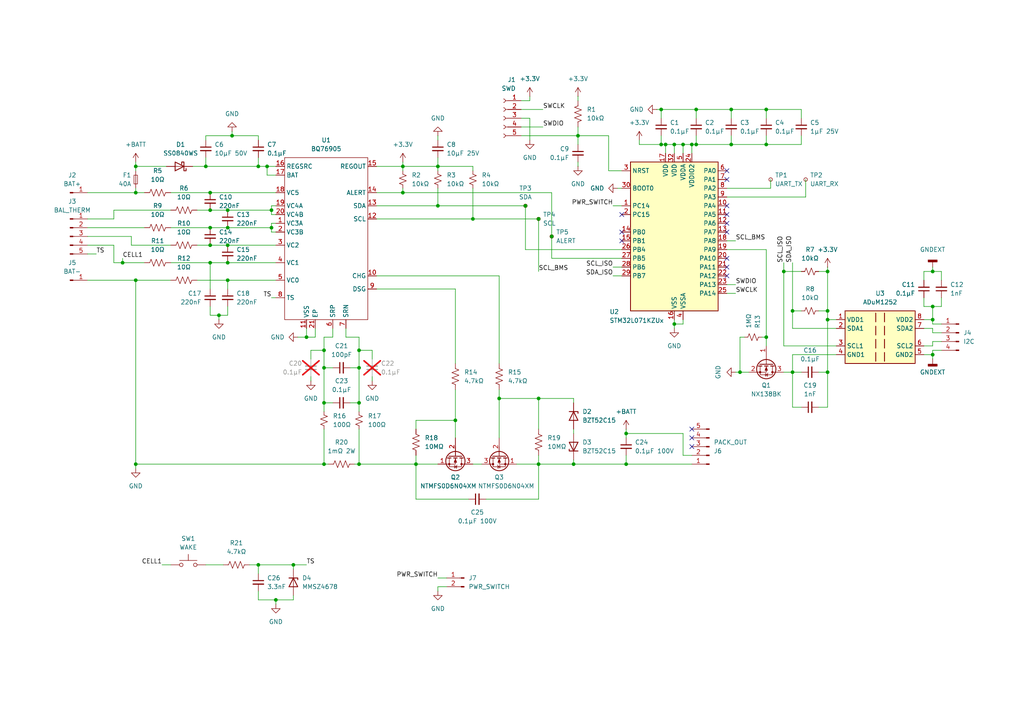
<source format=kicad_sch>
(kicad_sch (version 20231120) (generator "eeschema") (generator_version "8.0")
  (paper "A4")
  (junction (at 144.78 115.57))
  (junction (at 240.03 78.74))
  (junction (at 270.51 102.87))
  (junction (at 156.21 134.62))
  (junction (at 212.09 41.91))
  (junction (at 80.01 173.99))
  (junction (at 200.66 41.91))
  (junction (at 195.58 41.91))
  (junction (at 78.74 66.04))
  (junction (at 229.87 90.17))
  (junction (at 66.04 81.28))
  (junction (at 132.08 121.92))
  (junction (at 39.37 55.88))
  (junction (at 240.03 92.71))
  (junction (at 201.93 41.91))
  (junction (at 240.03 90.17))
  (junction (at 60.96 66.04))
  (junction (at 191.77 31.75))
  (junction (at 59.69 48.26))
  (junction (at 127 59.69))
  (junction (at 104.14 101.6))
  (junction (at 93.98 106.68))
  (junction (at 39.37 81.28))
  (junction (at 66.04 60.96))
  (junction (at 60.96 60.96))
  (junction (at 127 48.26))
  (junction (at 39.37 134.62))
  (junction (at 156.21 63.5))
  (junction (at 35.56 76.2))
  (junction (at 93.98 134.62))
  (junction (at 229.87 107.95))
  (junction (at 66.04 66.04))
  (junction (at 222.25 97.79))
  (junction (at 201.93 31.75))
  (junction (at 181.61 125.73))
  (junction (at 193.04 41.91))
  (junction (at 104.14 116.84))
  (junction (at 222.25 31.75))
  (junction (at 166.37 134.62))
  (junction (at 120.65 134.62))
  (junction (at 66.04 71.12))
  (junction (at 74.93 163.83))
  (junction (at 63.5 91.44))
  (junction (at 156.21 115.57))
  (junction (at 88.9 97.79))
  (junction (at 93.98 101.6))
  (junction (at 167.64 39.37))
  (junction (at 214.63 107.95))
  (junction (at 198.12 41.91))
  (junction (at 60.96 76.2))
  (junction (at 78.74 60.96))
  (junction (at 160.02 68.58))
  (junction (at 152.4 59.69))
  (junction (at 116.84 48.26))
  (junction (at 67.31 39.37))
  (junction (at 74.93 48.26))
  (junction (at 191.77 41.91))
  (junction (at 212.09 31.75))
  (junction (at 104.14 106.68))
  (junction (at 66.04 76.2))
  (junction (at 195.58 93.98))
  (junction (at 270.51 78.74))
  (junction (at 104.14 134.62))
  (junction (at 181.61 134.62))
  (junction (at 137.16 63.5))
  (junction (at 60.96 55.88))
  (junction (at 222.25 41.91))
  (junction (at 60.96 71.12))
  (junction (at 227.33 78.74))
  (junction (at 77.47 48.26))
  (junction (at 93.98 116.84))
  (junction (at 39.37 48.26))
  (junction (at 240.03 107.95))
  (junction (at 270.51 88.9))
  (junction (at 270.51 92.71))
  (junction (at 116.84 55.88))
  (junction (at 85.09 163.83))
  (no_connect (at 180.34 69.85))
  (no_connect (at 210.82 49.53))
  (no_connect (at 180.34 67.31))
  (no_connect (at 210.82 80.01))
  (no_connect (at 210.82 74.93))
  (no_connect (at 180.34 62.23))
  (no_connect (at 210.82 67.31))
  (no_connect (at 210.82 77.47))
  (no_connect (at 200.66 124.46))
  (no_connect (at 200.66 127))
  (no_connect (at 210.82 59.69))
  (no_connect (at 210.82 64.77))
  (no_connect (at 210.82 62.23))
  (no_connect (at 200.66 129.54))
  (no_connect (at 210.82 52.07))
  (wire (pts (xy 100.33 95.25) (xy 100.33 97.79)))
  (wire (pts (xy 191.77 34.29) (xy 191.77 31.75)))
  (wire (pts (xy 127 171.45) (xy 127 170.18)))
  (wire (pts (xy 267.97 86.36) (xy 267.97 88.9)))
  (wire (pts (xy 140.97 144.78) (xy 156.21 144.78)))
  (wire (pts (xy 120.65 121.92) (xy 132.08 121.92)))
  (wire (pts (xy 157.48 31.75) (xy 151.13 31.75)))
  (wire (pts (xy 156.21 134.62) (xy 166.37 134.62)))
  (wire (pts (xy 144.78 80.01) (xy 144.78 105.41)))
  (wire (pts (xy 270.51 96.52) (xy 273.05 96.52)))
  (wire (pts (xy 153.67 29.21) (xy 151.13 29.21)))
  (wire (pts (xy 267.97 92.71) (xy 270.51 92.71)))
  (wire (pts (xy 227.33 78.74) (xy 232.41 78.74)))
  (wire (pts (xy 60.96 88.9) (xy 60.96 91.44)))
  (wire (pts (xy 33.02 71.12) (xy 33.02 76.2)))
  (wire (pts (xy 201.93 41.91) (xy 212.09 41.91)))
  (wire (pts (xy 104.14 101.6) (xy 104.14 106.68)))
  (wire (pts (xy 80.01 59.69) (xy 78.74 59.69)))
  (wire (pts (xy 229.87 107.95) (xy 229.87 102.87)))
  (wire (pts (xy 66.04 71.12) (xy 80.01 71.12)))
  (wire (pts (xy 25.4 55.88) (xy 39.37 55.88)))
  (wire (pts (xy 104.14 116.84) (xy 104.14 119.38)))
  (wire (pts (xy 33.02 76.2) (xy 35.56 76.2)))
  (wire (pts (xy 181.61 124.46) (xy 181.61 125.73)))
  (wire (pts (xy 156.21 115.57) (xy 144.78 115.57)))
  (wire (pts (xy 93.98 97.79) (xy 93.98 101.6)))
  (wire (pts (xy 39.37 46.99) (xy 39.37 48.26)))
  (wire (pts (xy 127 48.26) (xy 127 49.53)))
  (wire (pts (xy 93.98 124.46) (xy 93.98 134.62)))
  (wire (pts (xy 80.01 173.99) (xy 80.01 175.26)))
  (wire (pts (xy 229.87 118.11) (xy 232.41 118.11)))
  (wire (pts (xy 74.93 45.72) (xy 74.93 48.26)))
  (wire (pts (xy 176.53 49.53) (xy 176.53 39.37)))
  (wire (pts (xy 273.05 88.9) (xy 273.05 86.36)))
  (wire (pts (xy 49.53 76.2) (xy 60.96 76.2)))
  (wire (pts (xy 127 45.72) (xy 127 48.26)))
  (wire (pts (xy 60.96 76.2) (xy 60.96 83.82)))
  (wire (pts (xy 74.93 173.99) (xy 80.01 173.99)))
  (wire (pts (xy 181.61 134.62) (xy 200.66 134.62)))
  (wire (pts (xy 60.96 71.12) (xy 66.04 71.12)))
  (wire (pts (xy 180.34 74.93) (xy 160.02 74.93)))
  (wire (pts (xy 229.87 107.95) (xy 232.41 107.95)))
  (wire (pts (xy 101.6 116.84) (xy 104.14 116.84)))
  (wire (pts (xy 39.37 81.28) (xy 39.37 134.62)))
  (wire (pts (xy 151.13 34.29) (xy 153.67 34.29)))
  (wire (pts (xy 25.4 68.58) (xy 38.1 68.58)))
  (wire (pts (xy 107.95 104.14) (xy 107.95 101.6)))
  (wire (pts (xy 104.14 97.79) (xy 104.14 101.6)))
  (wire (pts (xy 120.65 124.46) (xy 120.65 121.92)))
  (wire (pts (xy 88.9 97.79) (xy 86.36 97.79)))
  (wire (pts (xy 85.09 163.83) (xy 85.09 165.1)))
  (wire (pts (xy 156.21 134.62) (xy 149.86 134.62)))
  (wire (pts (xy 101.6 106.68) (xy 104.14 106.68)))
  (wire (pts (xy 223.52 54.61) (xy 210.82 54.61)))
  (wire (pts (xy 198.12 125.73) (xy 181.61 125.73)))
  (wire (pts (xy 232.41 41.91) (xy 222.25 41.91)))
  (wire (pts (xy 210.82 85.09) (xy 213.36 85.09)))
  (wire (pts (xy 127 167.64) (xy 129.54 167.64)))
  (wire (pts (xy 198.12 44.45) (xy 198.12 41.91)))
  (wire (pts (xy 166.37 134.62) (xy 181.61 134.62)))
  (wire (pts (xy 160.02 55.88) (xy 160.02 68.58)))
  (wire (pts (xy 222.25 97.79) (xy 220.98 97.79)))
  (wire (pts (xy 160.02 74.93) (xy 160.02 68.58)))
  (wire (pts (xy 49.53 66.04) (xy 60.96 66.04)))
  (wire (pts (xy 109.22 48.26) (xy 116.84 48.26)))
  (wire (pts (xy 38.1 68.58) (xy 38.1 71.12)))
  (wire (pts (xy 57.15 60.96) (xy 60.96 60.96)))
  (wire (pts (xy 93.98 119.38) (xy 93.98 116.84)))
  (wire (pts (xy 104.14 106.68) (xy 104.14 116.84)))
  (wire (pts (xy 156.21 63.5) (xy 137.16 63.5)))
  (wire (pts (xy 222.25 100.33) (xy 222.25 97.79)))
  (wire (pts (xy 116.84 46.99) (xy 116.84 48.26)))
  (wire (pts (xy 60.96 60.96) (xy 66.04 60.96)))
  (wire (pts (xy 201.93 31.75) (xy 201.93 34.29)))
  (wire (pts (xy 60.96 91.44) (xy 63.5 91.44)))
  (wire (pts (xy 270.51 102.87) (xy 270.51 101.6)))
  (wire (pts (xy 167.64 39.37) (xy 167.64 41.91)))
  (wire (pts (xy 201.93 39.37) (xy 201.93 41.91)))
  (wire (pts (xy 181.61 132.08) (xy 181.61 134.62)))
  (wire (pts (xy 212.09 39.37) (xy 212.09 41.91)))
  (wire (pts (xy 33.02 63.5) (xy 25.4 63.5)))
  (wire (pts (xy 217.17 107.95) (xy 214.63 107.95)))
  (wire (pts (xy 270.51 88.9) (xy 273.05 88.9)))
  (wire (pts (xy 267.97 102.87) (xy 270.51 102.87)))
  (wire (pts (xy 77.47 50.8) (xy 77.47 48.26)))
  (wire (pts (xy 60.96 55.88) (xy 80.01 55.88)))
  (wire (pts (xy 240.03 78.74) (xy 237.49 78.74)))
  (wire (pts (xy 270.51 95.25) (xy 270.51 96.52)))
  (wire (pts (xy 66.04 88.9) (xy 66.04 91.44)))
  (wire (pts (xy 232.41 31.75) (xy 232.41 34.29)))
  (wire (pts (xy 267.97 88.9) (xy 270.51 88.9)))
  (wire (pts (xy 96.52 95.25) (xy 96.52 97.79)))
  (wire (pts (xy 93.98 134.62) (xy 95.25 134.62)))
  (wire (pts (xy 215.9 97.79) (xy 214.63 97.79)))
  (wire (pts (xy 25.4 81.28) (xy 39.37 81.28)))
  (wire (pts (xy 107.95 109.22) (xy 107.95 110.49)))
  (wire (pts (xy 38.1 71.12) (xy 49.53 71.12)))
  (wire (pts (xy 78.74 60.96) (xy 78.74 62.23)))
  (wire (pts (xy 116.84 55.88) (xy 116.84 54.61)))
  (wire (pts (xy 78.74 64.77) (xy 80.01 64.77)))
  (wire (pts (xy 240.03 90.17) (xy 240.03 92.71)))
  (wire (pts (xy 177.8 77.47) (xy 180.34 77.47)))
  (wire (pts (xy 109.22 80.01) (xy 144.78 80.01)))
  (wire (pts (xy 39.37 48.26) (xy 39.37 49.53)))
  (wire (pts (xy 120.65 134.62) (xy 127 134.62)))
  (wire (pts (xy 227.33 76.2) (xy 227.33 78.74)))
  (wire (pts (xy 212.09 31.75) (xy 212.09 34.29)))
  (wire (pts (xy 67.31 39.37) (xy 74.93 39.37)))
  (wire (pts (xy 144.78 113.03) (xy 144.78 115.57)))
  (wire (pts (xy 180.34 49.53) (xy 176.53 49.53)))
  (wire (pts (xy 229.87 95.25) (xy 242.57 95.25)))
  (wire (pts (xy 127 39.37) (xy 127 40.64)))
  (wire (pts (xy 198.12 92.71) (xy 198.12 93.98)))
  (wire (pts (xy 91.44 97.79) (xy 88.9 97.79)))
  (wire (pts (xy 88.9 95.25) (xy 88.9 97.79)))
  (wire (pts (xy 66.04 81.28) (xy 80.01 81.28)))
  (wire (pts (xy 90.17 104.14) (xy 90.17 101.6)))
  (wire (pts (xy 66.04 66.04) (xy 78.74 66.04)))
  (wire (pts (xy 127 170.18) (xy 129.54 170.18)))
  (wire (pts (xy 227.33 78.74) (xy 227.33 100.33)))
  (wire (pts (xy 222.25 31.75) (xy 222.25 34.29)))
  (wire (pts (xy 59.69 163.83) (xy 64.77 163.83)))
  (wire (pts (xy 270.51 100.33) (xy 270.51 99.06)))
  (wire (pts (xy 96.52 97.79) (xy 93.98 97.79)))
  (wire (pts (xy 104.14 134.62) (xy 120.65 134.62)))
  (wire (pts (xy 33.02 60.96) (xy 33.02 63.5)))
  (wire (pts (xy 49.53 55.88) (xy 60.96 55.88)))
  (wire (pts (xy 137.16 63.5) (xy 137.16 54.61)))
  (wire (pts (xy 181.61 125.73) (xy 181.61 127)))
  (wire (pts (xy 25.4 73.66) (xy 27.94 73.66)))
  (wire (pts (xy 132.08 121.92) (xy 132.08 127)))
  (wire (pts (xy 233.68 57.15) (xy 210.82 57.15)))
  (wire (pts (xy 153.67 27.94) (xy 153.67 29.21)))
  (wire (pts (xy 144.78 115.57) (xy 144.78 127)))
  (wire (pts (xy 35.56 76.2) (xy 41.91 76.2)))
  (wire (pts (xy 156.21 63.5) (xy 156.21 78.74)))
  (wire (pts (xy 201.93 31.75) (xy 212.09 31.75)))
  (wire (pts (xy 85.09 173.99) (xy 85.09 172.72)))
  (wire (pts (xy 66.04 60.96) (xy 78.74 60.96)))
  (wire (pts (xy 273.05 81.28) (xy 273.05 78.74)))
  (wire (pts (xy 35.56 74.93) (xy 35.56 76.2)))
  (wire (pts (xy 193.04 41.91) (xy 191.77 41.91)))
  (wire (pts (xy 167.64 36.83) (xy 167.64 39.37)))
  (wire (pts (xy 166.37 115.57) (xy 166.37 116.84)))
  (wire (pts (xy 195.58 41.91) (xy 198.12 41.91)))
  (wire (pts (xy 80.01 67.31) (xy 78.74 67.31)))
  (wire (pts (xy 156.21 132.08) (xy 156.21 134.62)))
  (wire (pts (xy 49.53 81.28) (xy 39.37 81.28)))
  (wire (pts (xy 90.17 109.22) (xy 90.17 110.49)))
  (wire (pts (xy 240.03 90.17) (xy 237.49 90.17)))
  (wire (pts (xy 109.22 83.82) (xy 132.08 83.82)))
  (wire (pts (xy 200.66 132.08) (xy 198.12 132.08)))
  (wire (pts (xy 222.25 31.75) (xy 232.41 31.75)))
  (wire (pts (xy 137.16 48.26) (xy 137.16 49.53)))
  (wire (pts (xy 109.22 59.69) (xy 127 59.69)))
  (wire (pts (xy 240.03 118.11) (xy 240.03 107.95)))
  (wire (pts (xy 39.37 55.88) (xy 41.91 55.88)))
  (wire (pts (xy 198.12 93.98) (xy 195.58 93.98)))
  (wire (pts (xy 240.03 77.47) (xy 240.03 78.74)))
  (wire (pts (xy 132.08 113.03) (xy 132.08 121.92)))
  (wire (pts (xy 78.74 62.23) (xy 80.01 62.23)))
  (wire (pts (xy 78.74 67.31) (xy 78.74 66.04)))
  (wire (pts (xy 49.53 60.96) (xy 33.02 60.96)))
  (wire (pts (xy 100.33 97.79) (xy 104.14 97.79)))
  (wire (pts (xy 267.97 78.74) (xy 267.97 81.28)))
  (wire (pts (xy 74.93 40.64) (xy 74.93 39.37)))
  (wire (pts (xy 104.14 134.62) (xy 104.14 124.46)))
  (wire (pts (xy 237.49 107.95) (xy 240.03 107.95)))
  (wire (pts (xy 74.93 163.83) (xy 74.93 166.37)))
  (wire (pts (xy 74.93 48.26) (xy 77.47 48.26)))
  (wire (pts (xy 60.96 76.2) (xy 66.04 76.2)))
  (wire (pts (xy 270.51 93.98) (xy 273.05 93.98)))
  (wire (pts (xy 93.98 101.6) (xy 93.98 106.68)))
  (wire (pts (xy 137.16 134.62) (xy 139.7 134.62)))
  (wire (pts (xy 229.87 90.17) (xy 232.41 90.17)))
  (wire (pts (xy 157.48 36.83) (xy 151.13 36.83)))
  (wire (pts (xy 127 59.69) (xy 127 54.61)))
  (wire (pts (xy 193.04 44.45) (xy 193.04 41.91)))
  (wire (pts (xy 270.51 77.47) (xy 270.51 78.74)))
  (wire (pts (xy 229.87 102.87) (xy 242.57 102.87)))
  (wire (pts (xy 63.5 91.44) (xy 63.5 92.71)))
  (wire (pts (xy 120.65 132.08) (xy 120.65 134.62)))
  (wire (pts (xy 152.4 59.69) (xy 127 59.69)))
  (wire (pts (xy 74.93 163.83) (xy 85.09 163.83)))
  (wire (pts (xy 107.95 101.6) (xy 104.14 101.6)))
  (wire (pts (xy 214.63 107.95) (xy 213.36 107.95)))
  (wire (pts (xy 72.39 163.83) (xy 74.93 163.83)))
  (wire (pts (xy 93.98 116.84) (xy 96.52 116.84)))
  (wire (pts (xy 267.97 100.33) (xy 270.51 100.33)))
  (wire (pts (xy 177.8 59.69) (xy 180.34 59.69)))
  (wire (pts (xy 60.96 66.04) (xy 66.04 66.04)))
  (wire (pts (xy 78.74 59.69) (xy 78.74 60.96)))
  (wire (pts (xy 160.02 55.88) (xy 116.84 55.88)))
  (wire (pts (xy 132.08 83.82) (xy 132.08 105.41)))
  (wire (pts (xy 66.04 76.2) (xy 80.01 76.2)))
  (wire (pts (xy 88.9 163.83) (xy 85.09 163.83)))
  (wire (pts (xy 25.4 71.12) (xy 33.02 71.12)))
  (wire (pts (xy 200.66 41.91) (xy 201.93 41.91)))
  (wire (pts (xy 74.93 171.45) (xy 74.93 173.99)))
  (wire (pts (xy 237.49 118.11) (xy 240.03 118.11)))
  (wire (pts (xy 167.64 27.94) (xy 167.64 29.21)))
  (wire (pts (xy 242.57 92.71) (xy 240.03 92.71)))
  (wire (pts (xy 222.25 39.37) (xy 222.25 41.91)))
  (wire (pts (xy 66.04 91.44) (xy 63.5 91.44)))
  (wire (pts (xy 109.22 55.88) (xy 116.84 55.88)))
  (wire (pts (xy 39.37 54.61) (xy 39.37 55.88)))
  (wire (pts (xy 195.58 41.91) (xy 193.04 41.91)))
  (wire (pts (xy 267.97 95.25) (xy 270.51 95.25)))
  (wire (pts (xy 270.51 78.74) (xy 267.97 78.74)))
  (wire (pts (xy 210.82 69.85) (xy 213.36 69.85)))
  (wire (pts (xy 198.12 41.91) (xy 200.66 41.91)))
  (wire (pts (xy 39.37 134.62) (xy 93.98 134.62)))
  (wire (pts (xy 66.04 81.28) (xy 66.04 83.82)))
  (wire (pts (xy 25.4 66.04) (xy 41.91 66.04)))
  (wire (pts (xy 67.31 39.37) (xy 67.31 38.1)))
  (wire (pts (xy 240.03 90.17) (xy 240.03 78.74)))
  (wire (pts (xy 151.13 39.37) (xy 167.64 39.37)))
  (wire (pts (xy 185.42 40.64) (xy 185.42 41.91)))
  (wire (pts (xy 212.09 31.75) (xy 222.25 31.75)))
  (wire (pts (xy 177.8 80.01) (xy 180.34 80.01)))
  (wire (pts (xy 191.77 41.91) (xy 191.77 39.37)))
  (wire (pts (xy 77.47 48.26) (xy 80.01 48.26)))
  (wire (pts (xy 179.07 54.61) (xy 180.34 54.61)))
  (wire (pts (xy 198.12 132.08) (xy 198.12 125.73)))
  (wire (pts (xy 93.98 116.84) (xy 93.98 106.68)))
  (wire (pts (xy 39.37 48.26) (xy 48.26 48.26)))
  (wire (pts (xy 57.15 71.12) (xy 60.96 71.12)))
  (wire (pts (xy 102.87 134.62) (xy 104.14 134.62)))
  (wire (pts (xy 273.05 78.74) (xy 270.51 78.74)))
  (wire (pts (xy 195.58 93.98) (xy 195.58 95.25)))
  (wire (pts (xy 116.84 48.26) (xy 116.84 49.53)))
  (wire (pts (xy 166.37 115.57) (xy 156.21 115.57)))
  (wire (pts (xy 200.66 44.45) (xy 200.66 41.91)))
  (wire (pts (xy 240.03 107.95) (xy 240.03 92.71)))
  (wire (pts (xy 185.42 41.91) (xy 191.77 41.91)))
  (wire (pts (xy 59.69 39.37) (xy 59.69 40.64)))
  (wire (pts (xy 59.69 48.26) (xy 74.93 48.26)))
  (wire (pts (xy 166.37 124.46) (xy 166.37 125.73)))
  (wire (pts (xy 190.5 31.75) (xy 191.77 31.75)))
  (wire (pts (xy 210.82 82.55) (xy 213.36 82.55)))
  (wire (pts (xy 270.51 88.9) (xy 270.51 92.71)))
  (wire (pts (xy 176.53 39.37) (xy 167.64 39.37)))
  (wire (pts (xy 222.25 41.91) (xy 212.09 41.91)))
  (wire (pts (xy 156.21 144.78) (xy 156.21 134.62)))
  (wire (pts (xy 214.63 97.79) (xy 214.63 107.95)))
  (wire (pts (xy 39.37 134.62) (xy 39.37 135.89)))
  (wire (pts (xy 135.89 144.78) (xy 120.65 144.78)))
  (wire (pts (xy 127 48.26) (xy 137.16 48.26)))
  (wire (pts (xy 195.58 92.71) (xy 195.58 93.98)))
  (wire (pts (xy 167.64 46.99) (xy 167.64 48.26)))
  (wire (pts (xy 233.68 52.07) (xy 233.68 57.15)))
  (wire (pts (xy 270.51 102.87) (xy 270.51 104.14)))
  (wire (pts (xy 270.51 92.71) (xy 270.51 93.98)))
  (wire (pts (xy 80.01 173.99) (xy 85.09 173.99)))
  (wire (pts (xy 156.21 115.57) (xy 156.21 124.46)))
  (wire (pts (xy 93.98 106.68) (xy 96.52 106.68)))
  (wire (pts (xy 222.25 72.39) (xy 222.25 97.79)))
  (wire (pts (xy 120.65 144.78) (xy 120.65 134.62)))
  (wire (pts (xy 90.17 101.6) (xy 93.98 101.6)))
  (wire (pts (xy 78.74 66.04) (xy 78.74 64.77)))
  (wire (pts (xy 166.37 133.35) (xy 166.37 134.62)))
  (wire (pts (xy 59.69 39.37) (xy 67.31 39.37)))
  (wire (pts (xy 223.52 52.07) (xy 223.52 54.61)))
  (wire (pts (xy 46.99 163.83) (xy 49.53 163.83)))
  (wire (pts (xy 229.87 95.25) (xy 229.87 90.17)))
  (wire (pts (xy 227.33 107.95) (xy 229.87 107.95)))
  (wire (pts (xy 229.87 90.17) (xy 229.87 76.2)))
  (wire (pts (xy 195.58 44.45) (xy 195.58 41.91)))
  (wire (pts (xy 229.87 118.11) (xy 229.87 107.95)))
  (wire (pts (xy 116.84 48.26) (xy 127 48.26)))
  (wire (pts (xy 222.25 72.39) (xy 210.82 72.39)))
  (wire (pts (xy 91.44 95.25) (xy 91.44 97.79)))
  (wire (pts (xy 59.69 45.72) (xy 59.69 48.26)))
  (wire (pts (xy 78.74 86.36) (xy 80.01 86.36)))
  (wire (pts (xy 55.88 48.26) (xy 59.69 48.26)))
  (wire (pts (xy 57.15 81.28) (xy 66.04 81.28)))
  (wire (pts (xy 152.4 72.39) (xy 180.34 72.39)))
  (wire (pts (xy 270.51 101.6) (xy 273.05 101.6)))
  (wire (pts (xy 191.77 31.75) (xy 201.93 31.75)))
  (wire (pts (xy 109.22 63.5) (xy 137.16 63.5)))
  (wire (pts (xy 153.67 34.29) (xy 153.67 40.64)))
  (wire (pts (xy 232.41 39.37) (xy 232.41 41.91)))
  (wire (pts (xy 270.51 99.06) (xy 273.05 99.06)))
  (wire (pts (xy 227.33 100.33) (xy 242.57 100.33)))
  (wire (pts (xy 152.4 72.39) (xy 152.4 59.69)))
  (wire (pts (xy 80.01 50.8) (xy 77.47 50.8)))
  (label "SWCLK" (at 213.36 85.09 0))
  (label "PWR_SWITCH" (at 177.8 59.69 180))
  (label "SCL_BMS" (at 213.36 69.85 0))
  (label "SCL_BMS" (at 156.21 78.74 0))
  (label "SCL_ISO" (at 177.8 77.47 180))
  (label "TS" (at 88.9 163.83 0))
  (label "SCL_ISO" (at 227.33 76.2 90))
  (label "SDA_ISO" (at 177.8 80.01 180))
  (label "TS" (at 27.94 73.66 0))
  (label "SWDIO" (at 213.36 82.55 0))
  (label "SWDIO" (at 157.48 36.83 0))
  (label "PWR_SWITCH" (at 127 167.64 180))
  (label "CELL1" (at 35.56 74.93 0))
  (label "SWCLK" (at 157.48 31.75 0))
  (label "TS" (at 78.74 86.36 180))
  (label "CELL1" (at 46.99 163.83 180))
  (label "SDA_ISO" (at 229.87 76.2 90))
  (symbol (lib_id "Device:C_Small") (at 232.41 36.83 0) (unit 1)
    (property "Reference" "C5" (at 234.95 35.5662 0) (effects (justify left)))
    (property "Value" "1µF 25V" (at 234.95 38.1062 0) (effects (justify left)))
    (property "Footprint" "Capacitor_SMD:C_0603_1608Metric" (effects (hide yes)))
    (property "Description" "Unpolarized capacitor, small symbol" (effects (hide yes)))
  )
  (symbol (lib_id "Device:R_US") (at 144.78 109.22 0) (unit 1)
    (property "Reference" "R15" (at 147.32 107.9499 0) (effects (justify left)))
    (property "Value" "4.7kΩ" (at 147.32 110.4899 0) (effects (justify left)))
    (property "Footprint" "Resistor_SMD:R_0603_1608Metric" (effects (hide yes)))
    (property "Description" "Resistor, US symbol" (effects (hide yes)))
  )
  (symbol (lib_id "Device:R_Small_US") (at 218.44 97.79 270) (unit 1)
    (property "Reference" "R13" (at 219.7101 95.25 0) (effects (justify right)))
    (property "Value" "1MΩ" (at 217.1701 95.25 0) (effects (justify right)))
    (property "Footprint" "Resistor_SMD:R_0603_1608Metric" (effects (hide yes)))
    (property "Description" "Resistor, small US symbol" (effects (hide yes)))
  )
  (symbol (lib_id "power:GND") (at 107.95 110.49 0) (unit 1)
    (property "Reference" "#PWR020" (effects (hide yes)))
    (property "Value" "GND" (at 107.95 115.57 0))
    (property "Description" "Power symbol creates a global label with name \"GND\" , ground" (effects (hide yes)))
  )
  (symbol (lib_id "power:GND") (at 127 39.37 180) (unit 1)
    (property "Reference" "#PWR05" (effects (hide yes)))
    (property "Value" "GND" (at 127 34.29 0))
    (property "Description" "Power symbol creates a global label with name \"GND\" , ground" (effects (hide yes)))
  )
  (symbol (lib_id "power:GNDD") (at 270.51 77.47 180) (unit 1)
    (property "Reference" "#PWR011" (effects (hide yes)))
    (property "Value" "GNDEXT" (at 270.51 72.39 0))
    (property "Description" "Power symbol creates a global label with name \"GNDD\" , digital ground" (effects (hide yes)))
  )
  (symbol (lib_id "Device:R_US") (at 120.65 128.27 0) (unit 1)
    (property "Reference" "R18" (at 123.19 126.9999 0) (effects (justify left)))
    (property "Value" "10MΩ" (at 123.19 129.5399 0) (effects (justify left)))
    (property "Footprint" "Resistor_SMD:R_0603_1608Metric" (effects (hide yes)))
    (property "Description" "Resistor, US symbol" (effects (hide yes)))
  )
  (symbol (lib_id "Device:R_US") (at 99.06 134.62 90) (unit 1)
    (property "Reference" "R20" (at 99.06 128.27 90))
    (property "Value" "1mΩ 2W" (at 99.06 130.81 90))
    (property "Footprint" "Resistor_SMD:R_0612_1632Metric" (effects (hide yes)))
    (property "Description" "Resistor, US symbol" (effects (hide yes)))
  )
  (symbol (lib_id "Device:R_Small_US") (at 234.95 90.17 270) (unit 1)
    (property "Reference" "R8" (at 234.95 83.82 90))
    (property "Value" "10kΩ" (at 234.95 86.36 90))
    (property "Footprint" "Resistor_SMD:R_0603_1608Metric" (effects (hide yes)))
    (property "Description" "Resistor, small US symbol" (effects (hide yes)))
  )
  (symbol (lib_id "Device:Q_NMOS_SGD") (at 144.78 132.08 90) (mirror x) (unit 1)
    (property "Reference" "Q3" (at 144.78 138.43 90))
    (property "Value" "NTMFS0D6N04XM" (at 146.812 140.97 90))
    (property "Footprint" "BW_Active:ONSemi_SO8-FL_506FA" (effects (hide yes)))
    (property "Description" "N-MOSFET transistor, source/gate/drain" (effects (hide yes)))
  )
  (symbol (lib_id "Device:C_Small") (at 74.93 43.18 0) (unit 1)
    (property "Reference" "C7" (at 77.47 41.9162 0) (effects (justify left)))
    (property "Value" "0.1µF" (at 77.47 44.4562 0) (effects (justify left)))
    (property "Footprint" "Capacitor_SMD:C_0603_1608Metric" (effects (hide yes)))
    (property "Description" "Unpolarized capacitor, small symbol" (effects (hide yes)))
  )
  (symbol (lib_id "Device:C_Small") (at 90.17 106.68 180) (unit 1) (dnp yes)
    (property "Reference" "C20" (at 87.63 105.4035 0) (effects (justify left)))
    (property "Value" "0.1µF" (at 87.63 107.9435 0) (effects (justify left)))
    (property "Footprint" "Capacitor_SMD:C_0603_1608Metric" (effects (hide yes)))
    (property "Description" "Unpolarized capacitor, small symbol" (effects (hide yes)))
  )
  (symbol (lib_id "Device:C_Small") (at 60.96 68.58 0) (unit 1)
    (property "Reference" "C14" (at 63.5 67.3162 0) (effects (justify left)))
    (property "Value" "220nF" (at 63.5 69.8562 0) (effects (justify left)))
    (property "Footprint" "Capacitor_SMD:C_0603_1608Metric" (effects (hide yes)))
    (property "Description" "Unpolarized capacitor, small symbol" (effects (hide yes)))
  )
  (symbol (lib_id "power:GND") (at 86.36 97.79 270) (unit 1)
    (property "Reference" "#PWR017" (effects (hide yes)))
    (property "Value" "GND" (at 82.55 97.7899 90) (effects (justify right)))
    (property "Description" "Power symbol creates a global label with name \"GND\" , ground" (effects (hide yes)))
  )
  (symbol (lib_id "Device:C_Small") (at 107.95 106.68 180) (unit 1) (dnp yes)
    (property "Reference" "C22" (at 110.49 105.4035 0) (effects (justify right)))
    (property "Value" "0.1µF" (at 110.49 107.9435 0) (effects (justify right)))
    (property "Footprint" "Capacitor_SMD:C_0603_1608Metric" (effects (hide yes)))
    (property "Description" "Unpolarized capacitor, small symbol" (effects (hide yes)))
  )
  (symbol (lib_id "Device:C_Small") (at 181.61 129.54 0) (unit 1)
    (property "Reference" "C24" (at 184.15 128.2762 0) (effects (justify left)))
    (property "Value" "0.1µF 100V" (at 184.15 130.8162 0) (effects (justify left)))
    (property "Footprint" "Capacitor_SMD:C_0603_1608Metric" (effects (hide yes)))
    (property "Description" "Unpolarized capacitor, small symbol" (effects (hide yes)))
  )
  (symbol (lib_id "BW_Active:ADuM1252") (at 255.27 97.79 0) (unit 1)
    (property "Reference" "U3" (at 255.27 85.09 0))
    (property "Value" "ADuM1252" (at 255.27 87.63 0))
    (property "Footprint" "Package_SO:MSOP-8_3x3mm_P0.65mm" (effects (hide yes)))
    (property "Datasheet" "https://www.analog.com/media/en/technical-documentation/data-sheets/ADuM1252.pdf" (effects (hide yes)))
    (property "Description" "Dual-channel I2C digital isolator, Bidirectional communication, 3V/5V level translation, Ultra-low-power" (effects (hide yes)))
  )
  (symbol (lib_id "power:GND") (at 179.07 54.61 270) (unit 1)
    (property "Reference" "#PWR012" (effects (hide yes)))
    (property "Value" "GND" (at 175.26 54.6099 90) (effects (justify right)))
    (property "Description" "Power symbol creates a global label with name \"GND\" , ground" (effects (hide yes)))
  )
  (symbol (lib_id "Device:C_Small") (at 191.77 36.83 0) (unit 1)
    (property "Reference" "C1" (at 194.31 35.5662 0) (effects (justify left)))
    (property "Value" "0.1µF" (at 194.31 38.1062 0) (effects (justify left)))
    (property "Footprint" "Capacitor_SMD:C_0603_1608Metric" (effects (hide yes)))
    (property "Description" "Unpolarized capacitor, small symbol" (effects (hide yes)))
  )
  (symbol (lib_id "Device:C_Small") (at 234.95 107.95 90) (mirror x) (unit 1)
    (property "Reference" "C16" (at 234.9563 101.6 90))
    (property "Value" "0.1µF" (at 234.9563 104.14 90))
    (property "Footprint" "Capacitor_SMD:C_0603_1608Metric" (effects (hide yes)))
    (property "Description" "Unpolarized capacitor, small symbol" (effects (hide yes)))
  )
  (symbol (lib_id "BW_Active:BQ76905") (at 95.25 68.58 0) (unit 1)
    (property "Reference" "U1" (at 94.615 40.64 0))
    (property "Value" "BQ76905" (at 94.615 43.18 0))
    (property "Footprint" "BW_Active:VQFN-20-1EP_3.5x3.5mm_P0.5mm_EP2.05x2.05mm" (effects (hide yes)))
    (property "Datasheet" "https://www.ti.com/lit/ds/symlink/bq76905.pdf" (effects (hide yes)))
    (property "Description" "2S to 5S battery monitor and protector with coulomb counter, I2C control" (effects (hide yes)))
  )
  (symbol (lib_id "power:GND") (at 190.5 31.75 270) (unit 1)
    (property "Reference" "#PWR03" (effects (hide yes)))
    (property "Value" "GND" (at 186.69 31.7499 90) (effects (justify right)))
    (property "Description" "Power symbol creates a global label with name \"GND\" , ground" (effects (hide yes)))
  )
  (symbol (lib_id "Connector:Conn_01x05_Pin") (at 205.74 129.54 180) (unit 1)
    (property "Reference" "J6" (at 207.01 130.8101 0) (effects (justify right)))
    (property "Value" "PACK_OUT" (at 207.01 128.2701 0) (effects (justify right)))
    (property "Footprint" "BW_Connectors:TE_2042274_Solder" (effects (hide yes)))
    (property "Description" "Generic connector, single row, 01x05, script generated" (effects (hide yes)))
  )
  (symbol (lib_id "Device:D_Zener") (at 166.37 129.54 90) (unit 1)
    (property "Reference" "D3" (at 168.91 128.2699 90) (effects (justify right)))
    (property "Value" "BZT52C15" (at 168.91 130.8099 90) (effects (justify right)))
    (property "Footprint" "Diode_SMD:D_SOD-123" (effects (hide yes)))
    (property "Description" "Zener diode" (effects (hide yes)))
  )
  (symbol (lib_id "Connector:TestPoint_Small") (at 156.21 63.5 0) (unit 1)
    (property "Reference" "TP4" (at 157.48 62.2299 0) (effects (justify left)))
    (property "Value" "SCL" (at 157.48 64.7699 0) (effects (justify left)))
    (property "Footprint" "BW_PassiveMechanical:TP_0603_1608Metric_Fused" (effects (hide yes)))
    (property "Description" "test point" (effects (hide yes)))
  )
  (symbol (lib_id "Device:R_US") (at 53.34 81.28 90) (unit 1)
    (property "Reference" "R12" (at 53.34 74.93 90))
    (property "Value" "10Ω" (at 53.34 77.47 90))
    (property "Footprint" "Resistor_SMD:R_0603_1608Metric" (effects (hide yes)))
    (property "Description" "Resistor, US symbol" (effects (hide yes)))
  )
  (symbol (lib_id "Device:C_Small") (at 201.93 36.83 0) (unit 1)
    (property "Reference" "C2" (at 204.47 35.5662 0) (effects (justify left)))
    (property "Value" "0.1µF" (at 204.47 38.1062 0) (effects (justify left)))
    (property "Footprint" "Capacitor_SMD:C_0603_1608Metric" (effects (hide yes)))
    (property "Description" "Unpolarized capacitor, small symbol" (effects (hide yes)))
  )
  (symbol (lib_id "Device:Fuse_Small") (at 39.37 52.07 90) (unit 1)
    (property "Reference" "F1" (at 38.1 50.7999 90) (effects (justify left)))
    (property "Value" "40A" (at 38.1 53.3399 90) (effects (justify left)))
    (property "Footprint" "BW_PassiveMechanical:Fuse_2410_6125Metric" (effects (hide yes)))
    (property "Description" "Fuse, small symbol" (effects (hide yes)))
  )
  (symbol (lib_id "power:+BATT") (at 181.61 124.46 0) (unit 1)
    (property "Reference" "#PWR021" (effects (hide yes)))
    (property "Value" "+BATT" (at 181.61 119.38 0))
    (property "Description" "Power symbol creates a global label with name \"+BATT\"" (effects (hide yes)))
  )
  (symbol (lib_id "Device:C_Small") (at 66.04 63.5 0) (unit 1)
    (property "Reference" "C13" (at 68.58 62.2362 0) (effects (justify left)))
    (property "Value" "220nF" (at 68.58 64.7762 0) (effects (justify left)))
    (property "Footprint" "Capacitor_SMD:C_0603_1608Metric" (effects (hide yes)))
    (property "Description" "Unpolarized capacitor, small symbol" (effects (hide yes)))
  )
  (symbol (lib_id "Device:R_Small_US") (at 137.16 52.07 0) (unit 1)
    (property "Reference" "R4" (at 139.7 50.7999 0) (effects (justify left)))
    (property "Value" "10kΩ" (at 139.7 53.3399 0) (effects (justify left)))
    (property "Footprint" "Resistor_SMD:R_0603_1608Metric" (effects (hide yes)))
    (property "Description" "Resistor, small US symbol" (effects (hide yes)))
  )
  (symbol (lib_id "power:GND") (at 67.31 38.1 180) (unit 1)
    (property "Reference" "#PWR04" (effects (hide yes)))
    (property "Value" "GND" (at 67.31 33.02 0))
    (property "Description" "Power symbol creates a global label with name \"GND\" , ground" (effects (hide yes)))
  )
  (symbol (lib_id "Device:R_Small_US") (at 93.98 121.92 0) (unit 1)
    (property "Reference" "R16" (at 96.52 120.6499 0) (effects (justify left)))
    (property "Value" "100Ω" (at 96.52 123.1899 0) (effects (justify left)))
    (property "Footprint" "Resistor_SMD:R_0603_1608Metric" (effects (hide yes)))
    (property "Description" "Resistor, small US symbol" (effects (hide yes)))
  )
  (symbol (lib_id "power:+3.3V") (at 116.84 46.99 0) (unit 1)
    (property "Reference" "#PWR09" (effects (hide yes)))
    (property "Value" "+3.3V" (at 116.84 41.91 0))
    (property "Description" "Power symbol creates a global label with name \"+3.3V\"" (effects (hide yes)))
  )
  (symbol (lib_id "Device:R_US") (at 45.72 55.88 90) (unit 1)
    (property "Reference" "R5" (at 45.72 49.53 90))
    (property "Value" "10Ω" (at 45.72 52.07 90))
    (property "Footprint" "Resistor_SMD:R_0603_1608Metric" (effects (hide yes)))
    (property "Description" "Resistor, US symbol" (effects (hide yes)))
  )
  (symbol (lib_id "Device:D_Zener") (at 166.37 120.65 270) (unit 1)
    (property "Reference" "D2" (at 168.91 119.3799 90) (effects (justify left)))
    (property "Value" "BZT52C15" (at 168.91 121.9199 90) (effects (justify left)))
    (property "Footprint" "Diode_SMD:D_SOD-123" (effects (hide yes)))
    (property "Description" "Zener diode" (effects (hide yes)))
  )
  (symbol (lib_id "power:GND") (at 167.64 48.26 0) (mirror y) (unit 1)
    (property "Reference" "#PWR010" (effects (hide yes)))
    (property "Value" "GND" (at 167.64 53.34 0))
    (property "Description" "Power symbol creates a global label with name \"GND\" , ground" (effects (hide yes)))
  )
  (symbol (lib_id "Device:D_Schottky") (at 52.07 48.26 180) (unit 1)
    (property "Reference" "D1" (at 52.3875 41.91 0))
    (property "Value" "SS0840WS" (at 52.3875 44.45 0))
    (property "Footprint" "Diode_SMD:D_SOD-323_HandSoldering" (effects (hide yes)))
    (property "Description" "Schottky diode" (effects (hide yes)))
  )
  (symbol (lib_id "Device:C_Small") (at 66.04 86.36 0) (unit 1)
    (property "Reference" "C18" (at 68.58 85.0962 0) (effects (justify left)))
    (property "Value" "220nF" (at 68.58 87.6362 0) (effects (justify left)))
    (property "Footprint" "Capacitor_SMD:C_0603_1608Metric" (effects (hide yes)))
    (property "Description" "Unpolarized capacitor, small symbol" (effects (hide yes)))
  )
  (symbol (lib_id "power:GND") (at 195.58 95.25 0) (mirror y) (unit 1)
    (property "Reference" "#PWR016" (effects (hide yes)))
    (property "Value" "GND" (at 195.58 100.33 0))
    (property "Description" "Power symbol creates a global label with name \"GND\" , ground" (effects (hide yes)))
  )
  (symbol (lib_id "Device:R_Small_US") (at 127 52.07 0) (unit 1)
    (property "Reference" "R3" (at 129.54 50.7999 0) (effects (justify left)))
    (property "Value" "10kΩ" (at 129.54 53.3399 0) (effects (justify left)))
    (property "Footprint" "Resistor_SMD:R_0603_1608Metric" (effects (hide yes)))
    (property "Description" "Resistor, small US symbol" (effects (hide yes)))
  )
  (symbol (lib_id "Device:R_Small_US") (at 116.84 52.07 0) (unit 1)
    (property "Reference" "R2" (at 119.38 50.7999 0) (effects (justify left)))
    (property "Value" "10kΩ" (at 119.38 53.3399 0) (effects (justify left)))
    (property "Footprint" "Resistor_SMD:R_0603_1608Metric" (effects (hide yes)))
    (property "Description" "Resistor, small US symbol" (effects (hide yes)))
  )
  (symbol (lib_id "Connector:TestPoint_Small") (at 160.02 68.58 0) (unit 1)
    (property "Reference" "TP5" (at 161.29 67.3099 0) (effects (justify left)))
    (property "Value" "ALERT" (at 161.29 69.8499 0) (effects (justify left)))
    (property "Footprint" "BW_PassiveMechanical:TP_0603_1608Metric_Fused" (effects (hide yes)))
    (property "Description" "test point" (effects (hide yes)))
  )
  (symbol (lib_id "power:GND") (at 153.67 40.64 0) (mirror y) (unit 1)
    (property "Reference" "#PWR06" (effects (hide yes)))
    (property "Value" "GND" (at 153.67 45.72 0))
    (property "Description" "Power symbol creates a global label with name \"GND\" , ground" (effects (hide yes)))
  )
  (symbol (lib_id "Device:C_Small") (at 127 43.18 0) (unit 1)
    (property "Reference" "C8" (at 129.54 41.9162 0) (effects (justify left)))
    (property "Value" "10µF 25V" (at 129.54 44.4562 0) (effects (justify left)))
    (property "Footprint" "Capacitor_SMD:C_0805_2012Metric" (effects (hide yes)))
    (property "Description" "Unpolarized capacitor, small symbol" (effects (hide yes)))
  )
  (symbol (lib_id "power:GND") (at 213.36 107.95 270) (mirror x) (unit 1)
    (property "Reference" "#PWR018" (effects (hide yes)))
    (property "Value" "GND" (at 208.28 107.95 0))
    (property "Description" "Power symbol creates a global label with name \"GND\" , ground" (effects (hide yes)))
  )
  (symbol (lib_id "Device:C_Small") (at 66.04 73.66 0) (unit 1)
    (property "Reference" "C15" (at 68.58 72.3962 0) (effects (justify left)))
    (property "Value" "220nF" (at 68.58 74.9362 0) (effects (justify left)))
    (property "Footprint" "Capacitor_SMD:C_0603_1608Metric" (effects (hide yes)))
    (property "Description" "Unpolarized capacitor, small symbol" (effects (hide yes)))
  )
  (symbol (lib_id "Device:R_US") (at 45.72 66.04 90) (unit 1)
    (property "Reference" "R9" (at 45.72 59.69 90))
    (property "Value" "10Ω" (at 45.72 62.23 90))
    (property "Footprint" "Resistor_SMD:R_0603_1608Metric" (effects (hide yes)))
    (property "Description" "Resistor, US symbol" (effects (hide yes)))
  )
  (symbol (lib_id "Device:C_Small") (at 74.93 168.91 0) (unit 1)
    (property "Reference" "C26" (at 77.47 167.6462 0) (effects (justify left)))
    (property "Value" "3.3nF" (at 77.47 170.1862 0) (effects (justify left)))
    (property "Footprint" "Capacitor_SMD:C_0603_1608Metric" (effects (hide yes)))
    (property "Description" "Unpolarized capacitor, small symbol" (effects (hide yes)))
  )
  (symbol (lib_id "power:GND") (at 90.17 110.49 0) (unit 1)
    (property "Reference" "#PWR019" (effects (hide yes)))
    (property "Value" "GND" (at 90.17 115.57 0))
    (property "Description" "Power symbol creates a global label with name \"GND\" , ground" (effects (hide yes)))
  )
  (symbol (lib_id "power:GND") (at 39.37 135.89 0) (unit 1)
    (property "Reference" "#PWR022" (effects (hide yes)))
    (property "Value" "GND" (at 39.37 140.97 0))
    (property "Description" "Power symbol creates a global label with name \"GND\" , ground" (effects (hide yes)))
  )
  (symbol (lib_id "power:GND") (at 127 171.45 0) (mirror y) (unit 1)
    (property "Reference" "#PWR023" (effects (hide yes)))
    (property "Value" "GND" (at 127 176.53 0))
    (property "Description" "Power symbol creates a global label with name \"GND\" , ground" (effects (hide yes)))
  )
  (symbol (lib_id "Switch:SW_Push") (at 54.61 163.83 0) (unit 1)
    (property "Reference" "SW1" (at 54.61 156.21 0))
    (property "Value" "WAKE" (at 54.61 158.75 0))
    (property "Footprint" "Button_Switch_SMD:SW_SPST_TL3305A" (effects (hide yes)))
    (property "Description" "Push button switch, generic, two pins" (effects (hide yes)))
  )
  (symbol (lib_id "Device:D_Zener") (at 85.09 168.91 270) (unit 1)
    (property "Reference" "D4" (at 87.63 167.6399 90) (effects (justify left)))
    (property "Value" "MMSZ4678" (at 87.63 170.1799 90) (effects (justify left)))
    (property "Footprint" "Diode_SMD:D_SOD-123" (effects (hide yes)))
    (property "Description" "Zener diode" (effects (hide yes)))
  )
  (symbol (lib_id "Device:C_Small") (at 60.96 58.42 0) (unit 1)
    (property "Reference" "C10" (at 63.5 57.1562 0) (effects (justify left)))
    (property "Value" "220nF" (at 63.5 59.6962 0) (effects (justify left)))
    (property "Footprint" "Capacitor_SMD:C_0603_1608Metric" (effects (hide yes)))
    (property "Description" "Unpolarized capacitor, small symbol" (effects (hide yes)))
  )
  (symbol (lib_id "Device:R_US") (at 68.58 163.83 90) (unit 1)
    (property "Reference" "R21" (at 68.58 157.48 90))
    (property "Value" "4.7kΩ" (at 68.58 160.02 90))
    (property "Footprint" "Resistor_SMD:R_0603_1608Metric" (effects (hide yes)))
    (property "Description" "Resistor, US symbol" (effects (hide yes)))
  )
  (symbol (lib_id "Device:C_Small") (at 138.43 144.78 90) (unit 1)
    (property "Reference" "C25" (at 138.4363 148.59 90))
    (property "Value" "0.1µF 100V" (at 138.4363 151.13 90))
    (property "Footprint" "Capacitor_SMD:C_0603_1608Metric" (effects (hide yes)))
    (property "Description" "Unpolarized capacitor, small symbol" (effects (hide yes)))
  )
  (symbol (lib_id "Device:Q_NMOS_GSD") (at 222.25 105.41 270) (unit 1)
    (property "Reference" "Q1" (at 222.25 111.76 90))
    (property "Value" "NX138BK" (at 222.25 114.3 90))
    (property "Footprint" "Package_TO_SOT_SMD:SOT-23-3" (effects (hide yes)))
    (property "Description" "N-MOSFET transistor, gate/source/drain" (effects (hide yes)))
  )
  (symbol (lib_id "power:GND") (at 63.5 92.71 0) (unit 1)
    (property "Reference" "#PWR015" (effects (hide yes)))
    (property "Value" "GND" (at 63.5 97.79 0))
    (property "Description" "Power symbol creates a global label with name \"GND\" , ground" (effects (hide yes)))
  )
  (symbol (lib_id "Connector:TestPoint_Small") (at 223.52 52.07 0) (unit 1)
    (property "Reference" "TP1" (at 224.79 50.7999 0) (effects (justify left)))
    (property "Value" "UART_TX" (at 224.79 53.3399 0) (effects (justify left)))
    (property "Footprint" "BW_PassiveMechanical:TP_0603_1608Metric_Fused" (effects (hide yes)))
    (property "Description" "test point" (effects (hide yes)))
  )
  (symbol (lib_id "Device:R_US") (at 167.64 33.02 0) (mirror y) (unit 1)
    (property "Reference" "R1" (at 170.18 31.7499 0) (effects (justify right)))
    (property "Value" "10kΩ" (at 170.18 34.2899 0) (effects (justify right)))
    (property "Footprint" "Resistor_SMD:R_0603_1608Metric" (effects (hide yes)))
    (property "Description" "Resistor, US symbol" (effects (hide yes)))
  )
  (symbol (lib_id "Connector:Conn_01x01_Pin") (at 20.32 55.88 0) (unit 1)
    (property "Reference" "J2" (at 20.955 50.8 0))
    (property "Value" "BAT+" (at 20.955 53.34 0))
    (property "Footprint" "BW_Connectors:Wuerth_REDCUBE-THR_WP-BUTR_7461057_NonPress" (effects (hide yes)))
    (property "Description" "Generic connector, single row, 01x01, script generated" (effects (hide yes)))
  )
  (symbol (lib_id "Connector:Conn_01x05_Socket") (at 146.05 34.29 0) (mirror y) (unit 1)
    (property "Reference" "J1" (at 149.606 23.114 0) (effects (justify left)))
    (property "Value" "SWD" (at 149.606 25.654 0) (effects (justify left)))
    (property "Footprint" "Connector_PinSocket_1.27mm:PinSocket_1x05_P1.27mm_Vertical_SMD_Pin1Right" (effects (hide yes)))
    (property "Description" "Generic connector, single row, 01x05, script generated" (effects (hide yes)))
  )
  (symbol (lib_id "Device:C_Small") (at 234.95 118.11 90) (mirror x) (unit 1)
    (property "Reference" "C19" (at 234.9563 111.76 90))
    (property "Value" "1nF" (at 234.9563 114.3 90))
    (property "Footprint" "Capacitor_SMD:C_0603_1608Metric" (effects (hide yes)))
    (property "Description" "Unpolarized capacitor, small symbol" (effects (hide yes)))
  )
  (symbol (lib_id "Device:C_Small") (at 99.06 106.68 90) (unit 1)
    (property "Reference" "C21" (at 99.0663 100.33 90))
    (property "Value" "100pF" (at 99.0663 102.87 90))
    (property "Footprint" "Capacitor_SMD:C_0603_1608Metric" (effects (hide yes)))
    (property "Description" "Unpolarized capacitor, small symbol" (effects (hide yes)))
  )
  (symbol (lib_id "power:GNDD") (at 270.51 104.14 0) (unit 1)
    (property "Reference" "#PWR014" (effects (hide yes)))
    (property "Value" "GNDEXT" (at 270.51 107.95 0))
    (property "Description" "Power symbol creates a global label with name \"GNDD\" , digital ground" (effects (hide yes)))
  )
  (symbol (lib_id "Connector:Conn_01x05_Pin") (at 20.32 68.58 0) (unit 1)
    (property "Reference" "J3" (at 20.955 58.42 0))
    (property "Value" "BAL_THERM" (at 20.955 60.96 0))
    (property "Footprint" "BW_Connectors:Amphenol_MINITEK_WTB_1.25_5P" (effects (hide yes)))
    (property "Description" "Generic connector, single row, 01x05, script generated" (effects (hide yes)))
  )
  (symbol (lib_id "Device:R_US") (at 53.34 71.12 90) (unit 1)
    (property "Reference" "R10" (at 53.34 64.77 90))
    (property "Value" "10Ω" (at 53.34 67.31 90))
    (property "Footprint" "Resistor_SMD:R_0603_1608Metric" (effects (hide yes)))
    (property "Description" "Resistor, US symbol" (effects (hide yes)))
  )
  (symbol (lib_id "power:+3.3V") (at 153.67 27.94 0) (mirror y) (unit 1)
    (property "Reference" "#PWR01" (effects (hide yes)))
    (property "Value" "+3.3V" (at 153.67 22.86 0))
    (property "Description" "Power symbol creates a global label with name \"+3.3V\"" (effects (hide yes)))
  )
  (symbol (lib_id "Device:R_US") (at 132.08 109.22 0) (unit 1)
    (property "Reference" "R14" (at 134.62 107.9499 0) (effects (justify left)))
    (property "Value" "4.7kΩ" (at 134.62 110.4899 0) (effects (justify left)))
    (property "Footprint" "Resistor_SMD:R_0603_1608Metric" (effects (hide yes)))
    (property "Description" "Resistor, US symbol" (effects (hide yes)))
  )
  (symbol (lib_id "power:GND") (at 80.01 175.26 0) (unit 1)
    (property "Reference" "#PWR024" (effects (hide yes)))
    (property "Value" "GND" (at 80.01 180.34 0))
    (property "Description" "Power symbol creates a global label with name \"GND\" , ground" (effects (hide yes)))
  )
  (symbol (lib_id "Device:C_Small") (at 267.97 83.82 0) (mirror x) (unit 1)
    (property "Reference" "C11" (at 265.43 82.5435 0) (effects (justify right)))
    (property "Value" "0.1µF" (at 265.43 85.0835 0) (effects (justify right)))
    (property "Footprint" "Capacitor_SMD:C_0603_1608Metric" (effects (hide yes)))
    (property "Description" "Unpolarized capacitor, small symbol" (effects (hide yes)))
  )
  (symbol (lib_id "Connector:TestPoint_Small") (at 152.4 59.69 0) (unit 1)
    (property "Reference" "TP3" (at 152.4 54.61 0))
    (property "Value" "SDA" (at 152.4 57.15 0))
    (property "Footprint" "BW_PassiveMechanical:TP_0603_1608Metric_Fused" (effects (hide yes)))
    (property "Description" "test point" (effects (hide yes)))
  )
  (symbol (lib_id "Device:R_Small_US") (at 234.95 78.74 270) (unit 1)
    (property "Reference" "R7" (at 234.95 72.39 90))
    (property "Value" "10kΩ" (at 234.95 74.93 90))
    (property "Footprint" "Resistor_SMD:R_0603_1608Metric" (effects (hide yes)))
    (property "Description" "Resistor, small US symbol" (effects (hide yes)))
  )
  (symbol (lib_id "power:+3.3V") (at 240.03 77.47 0) (mirror y) (unit 1)
    (property "Reference" "#PWR013" (effects (hide yes)))
    (property "Value" "+3.3V" (at 240.03 72.39 0))
    (property "Description" "Power symbol creates a global label with name \"+3.3V\"" (effects (hide yes)))
  )
  (symbol (lib_id "Device:R_US") (at 156.21 128.27 0) (unit 1)
    (property "Reference" "R19" (at 158.75 126.9999 0) (effects (justify left)))
    (property "Value" "10MΩ" (at 158.75 129.5399 0) (effects (justify left)))
    (property "Footprint" "Resistor_SMD:R_0603_1608Metric" (effects (hide yes)))
    (property "Description" "Resistor, US symbol" (effects (hide yes)))
  )
  (symbol (lib_id "Connector:Conn_01x04_Pin") (at 278.13 96.52 0) (mirror y) (unit 1)
    (property "Reference" "J4" (at 279.4 96.5199 0) (effects (justify right)))
    (property "Value" "I2C" (at 279.4 99.0599 0) (effects (justify right)))
    (property "Footprint" "BW_Connectors:Amphenol_MINITEK_WTB_1.25_4P" (effects (hide yes)))
    (property "Description" "Generic connector, single row, 01x04, script generated" (effects (hide yes)))
  )
  (symbol (lib_id "Connector:Conn_01x02_Pin") (at 134.62 167.64 0) (mirror y) (unit 1)
    (property "Reference" "J7" (at 135.89 167.6399 0) (effects (justify right)))
    (property "Value" "PWR_SWITCH" (at 135.89 170.1799 0) (effects (justify right)))
    (property "Footprint" "BW_Connectors:Amphenol_MINITEK_WTB_1.25_2P" (effects (hide yes)))
    (property "Description" "Generic connector, single row, 01x02, script generated" (effects (hide yes)))
  )
  (symbol (lib_id "Device:C_Small") (at 59.69 43.18 0) (unit 1)
    (property "Reference" "C6" (at 62.23 41.9162 0) (effects (justify left)))
    (property "Value" "10µF 50V" (at 62.23 44.4562 0) (effects (justify left)))
    (property "Footprint" "Capacitor_SMD:C_1206_3216Metric" (effects (hide yes)))
    (property "Description" "Unpolarized capacitor, small symbol" (effects (hide yes)))
  )
  (symbol (lib_id "power:+3.3V") (at 185.42 40.64 0) (mirror y) (unit 1)
    (property "Reference" "#PWR07" (effects (hide yes)))
    (property "Value" "+3.3V" (at 185.42 35.56 0))
    (property "Description" "Power symbol creates a global label with name \"+3.3V\"" (effects (hide yes)))
  )
  (symbol (lib_id "Device:R_US") (at 45.72 76.2 90) (unit 1)
    (property "Reference" "R11" (at 45.72 69.85 90))
    (property "Value" "10Ω" (at 45.72 72.39 90))
    (property "Footprint" "Resistor_SMD:R_0603_1608Metric" (effects (hide yes)))
    (property "Description" "Resistor, US symbol" (effects (hide yes)))
  )
  (symbol (lib_id "MCU_ST_STM32L0:STM32L071KZUx") (at 195.58 69.85 0) (unit 1)
    (property "Reference" "U2" (at 176.784 90.424 0) (effects (justify left)))
    (property "Value" "STM32L071KZUx" (at 176.784 92.964 0) (effects (justify left)))
    (property "Footprint" "Package_DFN_QFN:QFN-32-1EP_5x5mm_P0.5mm_EP3.45x3.45mm" (effects (hide yes)))
    (property "Datasheet" "https://www.st.com/resource/en/datasheet/stm32l071kz.pdf" (effects (hide yes)))
    (property "Description" "STMicroelectronics Arm Cortex-M0+ MCU, 192KB flash, 20KB RAM, 32 MHz, 1.65-3.6V, 23 GPIO, UFQFPN32" (effects (hide yes)))
  )
  (symbol (lib_id "Device:C_Small") (at 60.96 86.36 0) (unit 1)
    (property "Reference" "C17" (at 58.42 85.0962 0) (effects (justify right)))
    (property "Value" "220nF" (at 58.42 87.6362 0) (effects (justify right)))
    (property "Footprint" "Capacitor_SMD:C_0603_1608Metric" (effects (hide yes)))
    (property "Description" "Unpolarized capacitor, small symbol" (effects (hide yes)))
  )
  (symbol (lib_id "Device:C_Small") (at 99.06 116.84 90) (unit 1)
    (property "Reference" "C23" (at 99.0663 110.49 90))
    (property "Value" "0.1µF" (at 99.0663 113.03 90))
    (property "Footprint" "Capacitor_SMD:C_0603_1608Metric" (effects (hide yes)))
    (property "Description" "Unpolarized capacitor, small symbol" (effects (hide yes)))
  )
  (symbol (lib_id "Device:C_Small") (at 273.05 83.82 0) (mirror x) (unit 1)
    (property "Reference" "C12" (at 275.59 82.5435 0) (effects (justify left)))
    (property "Value" "1nF" (at 275.59 85.0835 0) (effects (justify left)))
    (property "Footprint" "Capacitor_SMD:C_0603_1608Metric" (effects (hide yes)))
    (property "Description" "Unpolarized capacitor, small symbol" (effects (hide yes)))
  )
  (symbol (lib_id "Connector:TestPoint_Small") (at 233.68 52.07 0) (unit 1)
    (property "Reference" "TP2" (at 234.95 50.7999 0) (effects (justify left)))
    (property "Value" "UART_RX" (at 234.95 53.3399 0) (effects (justify left)))
    (property "Footprint" "BW_PassiveMechanical:TP_0603_1608Metric_Fused" (effects (hide yes)))
    (property "Description" "test point" (effects (hide yes)))
  )
  (symbol (lib_id "Device:R_US") (at 53.34 60.96 90) (unit 1)
    (property "Reference" "R6" (at 53.34 54.61 90))
    (property "Value" "10Ω" (at 53.34 57.15 90))
    (property "Footprint" "Resistor_SMD:R_0603_1608Metric" (effects (hide yes)))
    (property "Description" "Resistor, US symbol" (effects (hide yes)))
  )
  (symbol (lib_id "Device:C_Small") (at 212.09 36.83 0) (unit 1)
    (property "Reference" "C3" (at 214.63 35.5662 0) (effects (justify left)))
    (property "Value" "0.1µF" (at 214.63 38.1062 0) (effects (justify left)))
    (property "Footprint" "Capacitor_SMD:C_0603_1608Metric" (effects (hide yes)))
    (property "Description" "Unpolarized capacitor, small symbol" (effects (hide yes)))
  )
  (symbol (lib_id "power:+3.3V") (at 167.64 27.94 0) (mirror y) (unit 1)
    (property "Reference" "#PWR02" (effects (hide yes)))
    (property "Value" "+3.3V" (at 167.64 22.86 0))
    (property "Description" "Power symbol creates a global label with name \"+3.3V\"" (effects (hide yes)))
  )
  (symbol (lib_id "Device:R_Small_US") (at 104.14 121.92 0) (unit 1)
    (property "Reference" "R17" (at 106.68 120.6499 0) (effects (justify left)))
    (property "Value" "100Ω" (at 106.68 123.1899 0) (effects (justify left)))
    (property "Footprint" "Resistor_SMD:R_0603_1608Metric" (effects (hide yes)))
    (property "Description" "Resistor, small US symbol" (effects (hide yes)))
  )
  (symbol (lib_id "Device:Q_NMOS_SGD") (at 132.08 132.08 270) (unit 1)
    (property "Reference" "Q2" (at 132.08 138.43 90))
    (property "Value" "NTMFS0D6N04XM" (at 130.048 140.97 90))
    (property "Footprint" "BW_Active:ONSemi_SO8-FL_506FA" (effects (hide yes)))
    (property "Description" "N-MOSFET transistor, source/gate/drain" (effects (hide yes)))
  )
  (symbol (lib_id "Device:C_Small") (at 222.25 36.83 0) (unit 1)
    (property "Reference" "C4" (at 224.79 35.5662 0) (effects (justify left)))
    (property "Value" "0.1µF" (at 224.79 38.1062 0) (effects (justify left)))
    (property "Footprint" "Capacitor_SMD:C_0603_1608Metric" (effects (hide yes)))
    (property "Description" "Unpolarized capacitor, small symbol" (effects (hide yes)))
  )
  (symbol (lib_id "Connector:Conn_01x01_Pin") (at 20.32 81.28 0) (unit 1)
    (property "Reference" "J5" (at 20.955 76.2 0))
    (property "Value" "BAT-" (at 20.955 78.74 0))
    (property "Footprint" "BW_Connectors:Wuerth_REDCUBE-THR_WP-BUTR_7461057_NonPress" (effects (hide yes)))
    (property "Description" "Generic connector, single row, 01x01, script generated" (effects (hide yes)))
  )
  (symbol (lib_id "Device:C_Small") (at 167.64 44.45 0) (mirror y) (unit 1)
    (property "Reference" "C9" (at 165.1 43.1862 0) (effects (justify left)))
    (property "Value" "0.1µF" (at 165.1 45.7262 0) (effects (justify left)))
    (property "Footprint" "Capacitor_SMD:C_0603_1608Metric" (effects (hide yes)))
    (property "Description" "Unpolarized capacitor, small symbol" (effects (hide yes)))
  )
  (symbol (lib_id "power:+BATT") (at 39.37 46.99 0) (unit 1)
    (property "Reference" "#PWR08" (effects (hide yes)))
    (property "Value" "+BATT" (at 39.37 41.91 0))
    (property "Description" "Power symbol creates a global label with name \"+BATT\"" (effects (hide yes)))
  )
)
</source>
